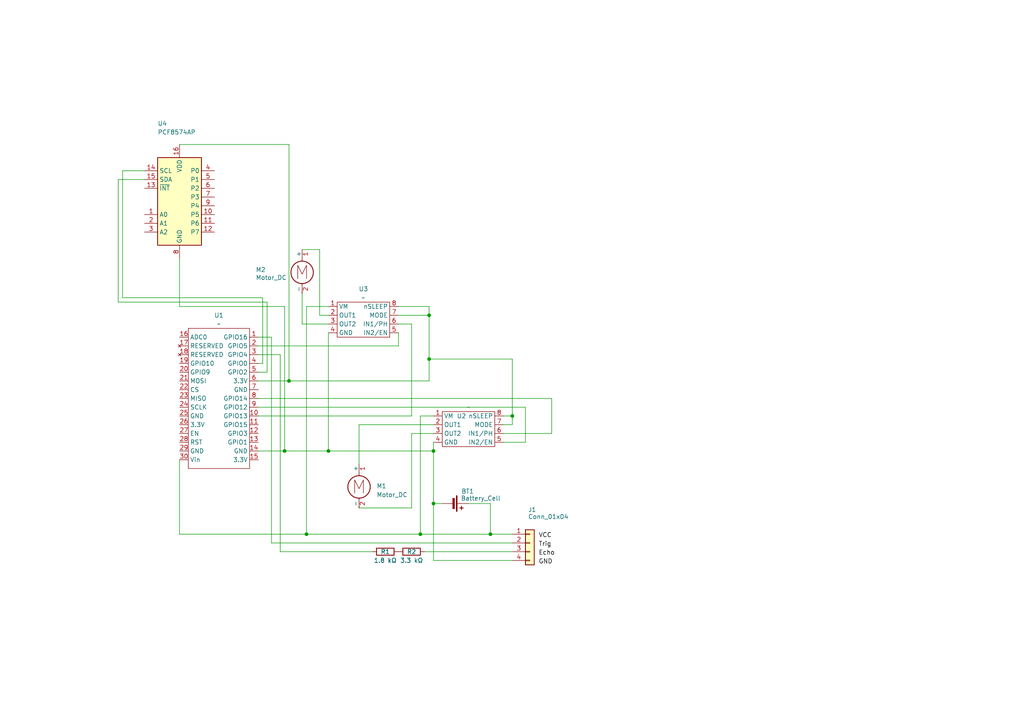
<source format=kicad_sch>
(kicad_sch
	(version 20250114)
	(generator "eeschema")
	(generator_version "9.0")
	(uuid "a156ffe7-301b-4b7c-a671-f16f75b56694")
	(paper "A4")
	(lib_symbols
		(symbol "Connector_Generic:Conn_01x04"
			(pin_names
				(offset 1.016)
				(hide yes)
			)
			(exclude_from_sim no)
			(in_bom yes)
			(on_board yes)
			(property "Reference" "J"
				(at 0 5.08 0)
				(effects
					(font
						(size 1.27 1.27)
					)
				)
			)
			(property "Value" "Conn_01x04"
				(at 0 -7.62 0)
				(effects
					(font
						(size 1.27 1.27)
					)
				)
			)
			(property "Footprint" ""
				(at 0 0 0)
				(effects
					(font
						(size 1.27 1.27)
					)
					(hide yes)
				)
			)
			(property "Datasheet" "~"
				(at 0 0 0)
				(effects
					(font
						(size 1.27 1.27)
					)
					(hide yes)
				)
			)
			(property "Description" "Generic connector, single row, 01x04, script generated (kicad-library-utils/schlib/autogen/connector/)"
				(at 0 0 0)
				(effects
					(font
						(size 1.27 1.27)
					)
					(hide yes)
				)
			)
			(property "ki_keywords" "connector"
				(at 0 0 0)
				(effects
					(font
						(size 1.27 1.27)
					)
					(hide yes)
				)
			)
			(property "ki_fp_filters" "Connector*:*_1x??_*"
				(at 0 0 0)
				(effects
					(font
						(size 1.27 1.27)
					)
					(hide yes)
				)
			)
			(symbol "Conn_01x04_1_1"
				(rectangle
					(start -1.27 3.81)
					(end 1.27 -6.35)
					(stroke
						(width 0.254)
						(type default)
					)
					(fill
						(type background)
					)
				)
				(rectangle
					(start -1.27 2.667)
					(end 0 2.413)
					(stroke
						(width 0.1524)
						(type default)
					)
					(fill
						(type none)
					)
				)
				(rectangle
					(start -1.27 0.127)
					(end 0 -0.127)
					(stroke
						(width 0.1524)
						(type default)
					)
					(fill
						(type none)
					)
				)
				(rectangle
					(start -1.27 -2.413)
					(end 0 -2.667)
					(stroke
						(width 0.1524)
						(type default)
					)
					(fill
						(type none)
					)
				)
				(rectangle
					(start -1.27 -4.953)
					(end 0 -5.207)
					(stroke
						(width 0.1524)
						(type default)
					)
					(fill
						(type none)
					)
				)
				(pin passive line
					(at -5.08 2.54 0)
					(length 3.81)
					(name "Pin_1"
						(effects
							(font
								(size 1.27 1.27)
							)
						)
					)
					(number "1"
						(effects
							(font
								(size 1.27 1.27)
							)
						)
					)
				)
				(pin passive line
					(at -5.08 0 0)
					(length 3.81)
					(name "Pin_2"
						(effects
							(font
								(size 1.27 1.27)
							)
						)
					)
					(number "2"
						(effects
							(font
								(size 1.27 1.27)
							)
						)
					)
				)
				(pin passive line
					(at -5.08 -2.54 0)
					(length 3.81)
					(name "Pin_3"
						(effects
							(font
								(size 1.27 1.27)
							)
						)
					)
					(number "3"
						(effects
							(font
								(size 1.27 1.27)
							)
						)
					)
				)
				(pin passive line
					(at -5.08 -5.08 0)
					(length 3.81)
					(name "Pin_4"
						(effects
							(font
								(size 1.27 1.27)
							)
						)
					)
					(number "4"
						(effects
							(font
								(size 1.27 1.27)
							)
						)
					)
				)
			)
			(embedded_fonts no)
		)
		(symbol "Device:Battery_Cell"
			(pin_numbers
				(hide yes)
			)
			(pin_names
				(offset 0)
				(hide yes)
			)
			(exclude_from_sim no)
			(in_bom yes)
			(on_board yes)
			(property "Reference" "BT"
				(at 2.54 2.54 0)
				(effects
					(font
						(size 1.27 1.27)
					)
					(justify left)
				)
			)
			(property "Value" "Battery_Cell"
				(at 2.54 0 0)
				(effects
					(font
						(size 1.27 1.27)
					)
					(justify left)
				)
			)
			(property "Footprint" ""
				(at 0 1.524 90)
				(effects
					(font
						(size 1.27 1.27)
					)
					(hide yes)
				)
			)
			(property "Datasheet" "~"
				(at 0 1.524 90)
				(effects
					(font
						(size 1.27 1.27)
					)
					(hide yes)
				)
			)
			(property "Description" "Single-cell battery"
				(at 0 0 0)
				(effects
					(font
						(size 1.27 1.27)
					)
					(hide yes)
				)
			)
			(property "ki_keywords" "battery cell"
				(at 0 0 0)
				(effects
					(font
						(size 1.27 1.27)
					)
					(hide yes)
				)
			)
			(symbol "Battery_Cell_0_1"
				(rectangle
					(start -2.286 1.778)
					(end 2.286 1.524)
					(stroke
						(width 0)
						(type default)
					)
					(fill
						(type outline)
					)
				)
				(rectangle
					(start -1.524 1.016)
					(end 1.524 0.508)
					(stroke
						(width 0)
						(type default)
					)
					(fill
						(type outline)
					)
				)
				(polyline
					(pts
						(xy 0 1.778) (xy 0 2.54)
					)
					(stroke
						(width 0)
						(type default)
					)
					(fill
						(type none)
					)
				)
				(polyline
					(pts
						(xy 0 0.762) (xy 0 0)
					)
					(stroke
						(width 0)
						(type default)
					)
					(fill
						(type none)
					)
				)
				(polyline
					(pts
						(xy 0.762 3.048) (xy 1.778 3.048)
					)
					(stroke
						(width 0.254)
						(type default)
					)
					(fill
						(type none)
					)
				)
				(polyline
					(pts
						(xy 1.27 3.556) (xy 1.27 2.54)
					)
					(stroke
						(width 0.254)
						(type default)
					)
					(fill
						(type none)
					)
				)
			)
			(symbol "Battery_Cell_1_1"
				(pin passive line
					(at 0 5.08 270)
					(length 2.54)
					(name "+"
						(effects
							(font
								(size 1.27 1.27)
							)
						)
					)
					(number "1"
						(effects
							(font
								(size 1.27 1.27)
							)
						)
					)
				)
				(pin passive line
					(at 0 -2.54 90)
					(length 2.54)
					(name "-"
						(effects
							(font
								(size 1.27 1.27)
							)
						)
					)
					(number "2"
						(effects
							(font
								(size 1.27 1.27)
							)
						)
					)
				)
			)
			(embedded_fonts no)
		)
		(symbol "Device:R"
			(pin_numbers
				(hide yes)
			)
			(pin_names
				(offset 0)
			)
			(exclude_from_sim no)
			(in_bom yes)
			(on_board yes)
			(property "Reference" "R"
				(at 2.032 0 90)
				(effects
					(font
						(size 1.27 1.27)
					)
				)
			)
			(property "Value" "R"
				(at 0 0 90)
				(effects
					(font
						(size 1.27 1.27)
					)
				)
			)
			(property "Footprint" ""
				(at -1.778 0 90)
				(effects
					(font
						(size 1.27 1.27)
					)
					(hide yes)
				)
			)
			(property "Datasheet" "~"
				(at 0 0 0)
				(effects
					(font
						(size 1.27 1.27)
					)
					(hide yes)
				)
			)
			(property "Description" "Resistor"
				(at 0 0 0)
				(effects
					(font
						(size 1.27 1.27)
					)
					(hide yes)
				)
			)
			(property "ki_keywords" "R res resistor"
				(at 0 0 0)
				(effects
					(font
						(size 1.27 1.27)
					)
					(hide yes)
				)
			)
			(property "ki_fp_filters" "R_*"
				(at 0 0 0)
				(effects
					(font
						(size 1.27 1.27)
					)
					(hide yes)
				)
			)
			(symbol "R_0_1"
				(rectangle
					(start -1.016 -2.54)
					(end 1.016 2.54)
					(stroke
						(width 0.254)
						(type default)
					)
					(fill
						(type none)
					)
				)
			)
			(symbol "R_1_1"
				(pin passive line
					(at 0 3.81 270)
					(length 1.27)
					(name "~"
						(effects
							(font
								(size 1.27 1.27)
							)
						)
					)
					(number "1"
						(effects
							(font
								(size 1.27 1.27)
							)
						)
					)
				)
				(pin passive line
					(at 0 -3.81 90)
					(length 1.27)
					(name "~"
						(effects
							(font
								(size 1.27 1.27)
							)
						)
					)
					(number "2"
						(effects
							(font
								(size 1.27 1.27)
							)
						)
					)
				)
			)
			(embedded_fonts no)
		)
		(symbol "Interface_Expansion:PCF8574AP"
			(exclude_from_sim no)
			(in_bom yes)
			(on_board yes)
			(property "Reference" "U"
				(at -6.35 12.954 0)
				(effects
					(font
						(size 1.27 1.27)
					)
					(justify left)
				)
			)
			(property "Value" "PCF8574AP"
				(at 3.048 12.954 0)
				(effects
					(font
						(size 1.27 1.27)
					)
					(justify left)
				)
			)
			(property "Footprint" "Package_DIP:DIP-16_W7.62mm"
				(at 0 0 0)
				(effects
					(font
						(size 1.27 1.27)
					)
					(hide yes)
				)
			)
			(property "Datasheet" "http://www.nxp.com/docs/en/data-sheet/PCF8574_PCF8574A.pdf"
				(at 0 0 0)
				(effects
					(font
						(size 1.27 1.27)
					)
					(hide yes)
				)
			)
			(property "Description" "8 Bit Port/Expander to I2C Bus, fixed address bits 0b0111, DIP-16"
				(at 0 0 0)
				(effects
					(font
						(size 1.27 1.27)
					)
					(hide yes)
				)
			)
			(property "ki_keywords" "I2C Expander"
				(at 0 0 0)
				(effects
					(font
						(size 1.27 1.27)
					)
					(hide yes)
				)
			)
			(property "ki_fp_filters" "DIP*W7.62mm*"
				(at 0 0 0)
				(effects
					(font
						(size 1.27 1.27)
					)
					(hide yes)
				)
			)
			(symbol "PCF8574AP_0_1"
				(rectangle
					(start -6.35 -13.97)
					(end 6.35 11.43)
					(stroke
						(width 0.254)
						(type default)
					)
					(fill
						(type background)
					)
				)
			)
			(symbol "PCF8574AP_1_1"
				(pin input line
					(at -10.16 7.62 0)
					(length 3.81)
					(name "SCL"
						(effects
							(font
								(size 1.27 1.27)
							)
						)
					)
					(number "14"
						(effects
							(font
								(size 1.27 1.27)
							)
						)
					)
				)
				(pin bidirectional line
					(at -10.16 5.08 0)
					(length 3.81)
					(name "SDA"
						(effects
							(font
								(size 1.27 1.27)
							)
						)
					)
					(number "15"
						(effects
							(font
								(size 1.27 1.27)
							)
						)
					)
				)
				(pin open_collector line
					(at -10.16 2.54 0)
					(length 3.81)
					(name "~{INT}"
						(effects
							(font
								(size 1.27 1.27)
							)
						)
					)
					(number "13"
						(effects
							(font
								(size 1.27 1.27)
							)
						)
					)
				)
				(pin input line
					(at -10.16 -5.08 0)
					(length 3.81)
					(name "A0"
						(effects
							(font
								(size 1.27 1.27)
							)
						)
					)
					(number "1"
						(effects
							(font
								(size 1.27 1.27)
							)
						)
					)
				)
				(pin input line
					(at -10.16 -7.62 0)
					(length 3.81)
					(name "A1"
						(effects
							(font
								(size 1.27 1.27)
							)
						)
					)
					(number "2"
						(effects
							(font
								(size 1.27 1.27)
							)
						)
					)
				)
				(pin input line
					(at -10.16 -10.16 0)
					(length 3.81)
					(name "A2"
						(effects
							(font
								(size 1.27 1.27)
							)
						)
					)
					(number "3"
						(effects
							(font
								(size 1.27 1.27)
							)
						)
					)
				)
				(pin power_in line
					(at 0 15.24 270)
					(length 3.81)
					(name "VDD"
						(effects
							(font
								(size 1.27 1.27)
							)
						)
					)
					(number "16"
						(effects
							(font
								(size 1.27 1.27)
							)
						)
					)
				)
				(pin power_in line
					(at 0 -17.78 90)
					(length 3.81)
					(name "GND"
						(effects
							(font
								(size 1.27 1.27)
							)
						)
					)
					(number "8"
						(effects
							(font
								(size 1.27 1.27)
							)
						)
					)
				)
				(pin bidirectional line
					(at 10.16 7.62 180)
					(length 3.81)
					(name "P0"
						(effects
							(font
								(size 1.27 1.27)
							)
						)
					)
					(number "4"
						(effects
							(font
								(size 1.27 1.27)
							)
						)
					)
				)
				(pin bidirectional line
					(at 10.16 5.08 180)
					(length 3.81)
					(name "P1"
						(effects
							(font
								(size 1.27 1.27)
							)
						)
					)
					(number "5"
						(effects
							(font
								(size 1.27 1.27)
							)
						)
					)
				)
				(pin bidirectional line
					(at 10.16 2.54 180)
					(length 3.81)
					(name "P2"
						(effects
							(font
								(size 1.27 1.27)
							)
						)
					)
					(number "6"
						(effects
							(font
								(size 1.27 1.27)
							)
						)
					)
				)
				(pin bidirectional line
					(at 10.16 0 180)
					(length 3.81)
					(name "P3"
						(effects
							(font
								(size 1.27 1.27)
							)
						)
					)
					(number "7"
						(effects
							(font
								(size 1.27 1.27)
							)
						)
					)
				)
				(pin bidirectional line
					(at 10.16 -2.54 180)
					(length 3.81)
					(name "P4"
						(effects
							(font
								(size 1.27 1.27)
							)
						)
					)
					(number "9"
						(effects
							(font
								(size 1.27 1.27)
							)
						)
					)
				)
				(pin bidirectional line
					(at 10.16 -5.08 180)
					(length 3.81)
					(name "P5"
						(effects
							(font
								(size 1.27 1.27)
							)
						)
					)
					(number "10"
						(effects
							(font
								(size 1.27 1.27)
							)
						)
					)
				)
				(pin bidirectional line
					(at 10.16 -7.62 180)
					(length 3.81)
					(name "P6"
						(effects
							(font
								(size 1.27 1.27)
							)
						)
					)
					(number "11"
						(effects
							(font
								(size 1.27 1.27)
							)
						)
					)
				)
				(pin bidirectional line
					(at 10.16 -10.16 180)
					(length 3.81)
					(name "P7"
						(effects
							(font
								(size 1.27 1.27)
							)
						)
					)
					(number "12"
						(effects
							(font
								(size 1.27 1.27)
							)
						)
					)
				)
			)
			(embedded_fonts no)
		)
		(symbol "Motor:Motor_DC"
			(pin_names
				(offset 0)
			)
			(exclude_from_sim no)
			(in_bom yes)
			(on_board yes)
			(property "Reference" "M"
				(at 2.54 2.54 0)
				(effects
					(font
						(size 1.27 1.27)
					)
					(justify left)
				)
			)
			(property "Value" "Motor_DC"
				(at 2.54 -5.08 0)
				(effects
					(font
						(size 1.27 1.27)
					)
					(justify left top)
				)
			)
			(property "Footprint" ""
				(at 0 -2.286 0)
				(effects
					(font
						(size 1.27 1.27)
					)
					(hide yes)
				)
			)
			(property "Datasheet" "~"
				(at 0 -2.286 0)
				(effects
					(font
						(size 1.27 1.27)
					)
					(hide yes)
				)
			)
			(property "Description" "DC Motor"
				(at 0 0 0)
				(effects
					(font
						(size 1.27 1.27)
					)
					(hide yes)
				)
			)
			(property "ki_keywords" "DC Motor"
				(at 0 0 0)
				(effects
					(font
						(size 1.27 1.27)
					)
					(hide yes)
				)
			)
			(property "ki_fp_filters" "PinHeader*P2.54mm* TerminalBlock*"
				(at 0 0 0)
				(effects
					(font
						(size 1.27 1.27)
					)
					(hide yes)
				)
			)
			(symbol "Motor_DC_0_0"
				(polyline
					(pts
						(xy -1.27 -3.302) (xy -1.27 0.508) (xy 0 -2.032) (xy 1.27 0.508) (xy 1.27 -3.302)
					)
					(stroke
						(width 0)
						(type default)
					)
					(fill
						(type none)
					)
				)
			)
			(symbol "Motor_DC_0_1"
				(polyline
					(pts
						(xy 0 2.032) (xy 0 2.54)
					)
					(stroke
						(width 0)
						(type default)
					)
					(fill
						(type none)
					)
				)
				(polyline
					(pts
						(xy 0 1.7272) (xy 0 2.0828)
					)
					(stroke
						(width 0)
						(type default)
					)
					(fill
						(type none)
					)
				)
				(circle
					(center 0 -1.524)
					(radius 3.2512)
					(stroke
						(width 0.254)
						(type default)
					)
					(fill
						(type none)
					)
				)
				(polyline
					(pts
						(xy 0 -4.7752) (xy 0 -5.1816)
					)
					(stroke
						(width 0)
						(type default)
					)
					(fill
						(type none)
					)
				)
				(polyline
					(pts
						(xy 0 -7.62) (xy 0 -7.112)
					)
					(stroke
						(width 0)
						(type default)
					)
					(fill
						(type none)
					)
				)
			)
			(symbol "Motor_DC_1_1"
				(pin passive line
					(at 0 5.08 270)
					(length 2.54)
					(name "+"
						(effects
							(font
								(size 1.27 1.27)
							)
						)
					)
					(number "1"
						(effects
							(font
								(size 1.27 1.27)
							)
						)
					)
				)
				(pin passive line
					(at 0 -7.62 90)
					(length 2.54)
					(name "-"
						(effects
							(font
								(size 1.27 1.27)
							)
						)
					)
					(number "2"
						(effects
							(font
								(size 1.27 1.27)
							)
						)
					)
				)
			)
			(embedded_fonts no)
		)
		(symbol "NodeMCU_ESP8266:DRV8220_DSG"
			(exclude_from_sim no)
			(in_bom yes)
			(on_board yes)
			(property "Reference" "U"
				(at 11.938 7.62 0)
				(effects
					(font
						(size 1.27 1.27)
					)
				)
			)
			(property "Value" ""
				(at 0 0 0)
				(effects
					(font
						(size 1.27 1.27)
					)
				)
			)
			(property "Footprint" ""
				(at 0 0 0)
				(effects
					(font
						(size 1.27 1.27)
					)
					(hide yes)
				)
			)
			(property "Datasheet" ""
				(at 0 0 0)
				(effects
					(font
						(size 1.27 1.27)
					)
					(hide yes)
				)
			)
			(property "Description" ""
				(at 0 0 0)
				(effects
					(font
						(size 1.27 1.27)
					)
					(hide yes)
				)
			)
			(symbol "DRV8220_DSG_0_1"
				(rectangle
					(start -7.62 6.35)
					(end 7.62 -3.81)
					(stroke
						(width 0)
						(type default)
					)
					(fill
						(type none)
					)
				)
			)
			(symbol "DRV8220_DSG_1_1"
				(pin power_in line
					(at -10.16 5.08 0)
					(length 2.54)
					(name "VM"
						(effects
							(font
								(size 1.27 1.27)
							)
						)
					)
					(number "1"
						(effects
							(font
								(size 1.27 1.27)
							)
						)
					)
				)
				(pin output line
					(at -10.16 2.54 0)
					(length 2.54)
					(name "OUT1"
						(effects
							(font
								(size 1.27 1.27)
							)
						)
					)
					(number "2"
						(effects
							(font
								(size 1.27 1.27)
							)
						)
					)
				)
				(pin output line
					(at -10.16 0 0)
					(length 2.54)
					(name "OUT2"
						(effects
							(font
								(size 1.27 1.27)
							)
						)
					)
					(number "3"
						(effects
							(font
								(size 1.27 1.27)
							)
						)
					)
				)
				(pin power_in line
					(at -10.16 -2.54 0)
					(length 2.54)
					(name "GND"
						(effects
							(font
								(size 1.27 1.27)
							)
						)
					)
					(number "4"
						(effects
							(font
								(size 1.27 1.27)
							)
						)
					)
				)
				(pin input line
					(at 10.16 5.08 180)
					(length 2.54)
					(name "nSLEEP"
						(effects
							(font
								(size 1.27 1.27)
							)
						)
					)
					(number "8"
						(effects
							(font
								(size 1.27 1.27)
							)
						)
					)
				)
				(pin input line
					(at 10.16 2.54 180)
					(length 2.54)
					(name "MODE"
						(effects
							(font
								(size 1.27 1.27)
							)
						)
					)
					(number "7"
						(effects
							(font
								(size 1.27 1.27)
							)
						)
					)
				)
				(pin input line
					(at 10.16 0 180)
					(length 2.54)
					(name "IN1/PH"
						(effects
							(font
								(size 1.27 1.27)
							)
						)
					)
					(number "6"
						(effects
							(font
								(size 1.27 1.27)
							)
						)
					)
				)
				(pin input line
					(at 10.16 -2.54 180)
					(length 2.54)
					(name "IN2/EN"
						(effects
							(font
								(size 1.27 1.27)
							)
						)
					)
					(number "5"
						(effects
							(font
								(size 1.27 1.27)
							)
						)
					)
				)
			)
			(embedded_fonts no)
		)
		(symbol "NodeMCU_ESP8266:NodeMCU_ESP8266"
			(exclude_from_sim no)
			(in_bom yes)
			(on_board yes)
			(property "Reference" "U1"
				(at 0 12.7 0)
				(effects
					(font
						(size 1.27 1.27)
					)
				)
			)
			(property "Value" "~"
				(at 0 10.16 0)
				(effects
					(font
						(size 1.27 1.27)
					)
				)
			)
			(property "Footprint" ""
				(at 0 0 0)
				(effects
					(font
						(size 1.27 1.27)
					)
					(hide yes)
				)
			)
			(property "Datasheet" ""
				(at 0 0 0)
				(effects
					(font
						(size 1.27 1.27)
					)
					(hide yes)
				)
			)
			(property "Description" ""
				(at 0 0 0)
				(effects
					(font
						(size 1.27 1.27)
					)
					(hide yes)
				)
			)
			(symbol "NodeMCU_ESP8266_0_1"
				(rectangle
					(start -8.89 8.89)
					(end 8.89 -31.75)
					(stroke
						(width 0)
						(type default)
					)
					(fill
						(type none)
					)
				)
			)
			(symbol "NodeMCU_ESP8266_1_1"
				(pin input line
					(at -11.43 6.35 0)
					(length 2.54)
					(name "ADC0"
						(effects
							(font
								(size 1.27 1.27)
							)
						)
					)
					(number "16"
						(effects
							(font
								(size 1.27 1.27)
							)
						)
					)
				)
				(pin no_connect line
					(at -11.43 3.81 0)
					(length 2.54)
					(name "RESERVED"
						(effects
							(font
								(size 1.27 1.27)
							)
						)
					)
					(number "17"
						(effects
							(font
								(size 1.27 1.27)
							)
						)
					)
				)
				(pin no_connect line
					(at -11.43 1.27 0)
					(length 2.54)
					(name "RESERVED"
						(effects
							(font
								(size 1.27 1.27)
							)
						)
					)
					(number "18"
						(effects
							(font
								(size 1.27 1.27)
							)
						)
					)
				)
				(pin bidirectional line
					(at -11.43 -1.27 0)
					(length 2.54)
					(name "GPIO10"
						(effects
							(font
								(size 1.27 1.27)
							)
						)
					)
					(number "19"
						(effects
							(font
								(size 1.27 1.27)
							)
						)
					)
				)
				(pin bidirectional line
					(at -11.43 -3.81 0)
					(length 2.54)
					(name "GPIO9"
						(effects
							(font
								(size 1.27 1.27)
							)
						)
					)
					(number "20"
						(effects
							(font
								(size 1.27 1.27)
							)
						)
					)
				)
				(pin bidirectional line
					(at -11.43 -6.35 0)
					(length 2.54)
					(name "MOSI"
						(effects
							(font
								(size 1.27 1.27)
							)
						)
					)
					(number "21"
						(effects
							(font
								(size 1.27 1.27)
							)
						)
					)
				)
				(pin bidirectional line
					(at -11.43 -8.89 0)
					(length 2.54)
					(name "CS"
						(effects
							(font
								(size 1.27 1.27)
							)
						)
					)
					(number "22"
						(effects
							(font
								(size 1.27 1.27)
							)
						)
					)
				)
				(pin bidirectional line
					(at -11.43 -11.43 0)
					(length 2.54)
					(name "MISO"
						(effects
							(font
								(size 1.27 1.27)
							)
						)
					)
					(number "23"
						(effects
							(font
								(size 1.27 1.27)
							)
						)
					)
				)
				(pin bidirectional line
					(at -11.43 -13.97 0)
					(length 2.54)
					(name "SCLK"
						(effects
							(font
								(size 1.27 1.27)
							)
						)
					)
					(number "24"
						(effects
							(font
								(size 1.27 1.27)
							)
						)
					)
				)
				(pin power_in line
					(at -11.43 -16.51 0)
					(length 2.54)
					(name "GND"
						(effects
							(font
								(size 1.27 1.27)
							)
						)
					)
					(number "25"
						(effects
							(font
								(size 1.27 1.27)
							)
						)
					)
				)
				(pin power_out line
					(at -11.43 -19.05 0)
					(length 2.54)
					(name "3.3V"
						(effects
							(font
								(size 1.27 1.27)
							)
						)
					)
					(number "26"
						(effects
							(font
								(size 1.27 1.27)
							)
						)
					)
				)
				(pin input line
					(at -11.43 -21.59 0)
					(length 2.54)
					(name "EN"
						(effects
							(font
								(size 1.27 1.27)
							)
						)
					)
					(number "27"
						(effects
							(font
								(size 1.27 1.27)
							)
						)
					)
				)
				(pin input line
					(at -11.43 -24.13 0)
					(length 2.54)
					(name "RST"
						(effects
							(font
								(size 1.27 1.27)
							)
						)
					)
					(number "28"
						(effects
							(font
								(size 1.27 1.27)
							)
						)
					)
				)
				(pin power_in line
					(at -11.43 -26.67 0)
					(length 2.54)
					(name "GND"
						(effects
							(font
								(size 1.27 1.27)
							)
						)
					)
					(number "29"
						(effects
							(font
								(size 1.27 1.27)
							)
						)
					)
				)
				(pin power_in line
					(at -11.43 -29.21 0)
					(length 2.54)
					(name "Vin"
						(effects
							(font
								(size 1.27 1.27)
							)
						)
					)
					(number "30"
						(effects
							(font
								(size 1.27 1.27)
							)
						)
					)
				)
				(pin bidirectional line
					(at 11.43 6.35 180)
					(length 2.54)
					(name "GPIO16"
						(effects
							(font
								(size 1.27 1.27)
							)
						)
					)
					(number "1"
						(effects
							(font
								(size 1.27 1.27)
							)
						)
					)
				)
				(pin bidirectional line
					(at 11.43 3.81 180)
					(length 2.54)
					(name "GPIO5"
						(effects
							(font
								(size 1.27 1.27)
							)
						)
					)
					(number "2"
						(effects
							(font
								(size 1.27 1.27)
							)
						)
					)
				)
				(pin bidirectional line
					(at 11.43 1.27 180)
					(length 2.54)
					(name "GPIO4"
						(effects
							(font
								(size 1.27 1.27)
							)
						)
					)
					(number "3"
						(effects
							(font
								(size 1.27 1.27)
							)
						)
					)
				)
				(pin bidirectional line
					(at 11.43 -1.27 180)
					(length 2.54)
					(name "GPIO0"
						(effects
							(font
								(size 1.27 1.27)
							)
						)
					)
					(number "4"
						(effects
							(font
								(size 1.27 1.27)
							)
						)
					)
				)
				(pin bidirectional line
					(at 11.43 -3.81 180)
					(length 2.54)
					(name "GPIO2"
						(effects
							(font
								(size 1.27 1.27)
							)
						)
					)
					(number "5"
						(effects
							(font
								(size 1.27 1.27)
							)
						)
					)
				)
				(pin power_out line
					(at 11.43 -6.35 180)
					(length 2.54)
					(name "3.3V"
						(effects
							(font
								(size 1.27 1.27)
							)
						)
					)
					(number "6"
						(effects
							(font
								(size 1.27 1.27)
							)
						)
					)
				)
				(pin power_out line
					(at 11.43 -8.89 180)
					(length 2.54)
					(name "GND"
						(effects
							(font
								(size 1.27 1.27)
							)
						)
					)
					(number "7"
						(effects
							(font
								(size 1.27 1.27)
							)
						)
					)
				)
				(pin bidirectional line
					(at 11.43 -11.43 180)
					(length 2.54)
					(name "GPIO14"
						(effects
							(font
								(size 1.27 1.27)
							)
						)
					)
					(number "8"
						(effects
							(font
								(size 1.27 1.27)
							)
						)
					)
				)
				(pin bidirectional line
					(at 11.43 -13.97 180)
					(length 2.54)
					(name "GPIO12"
						(effects
							(font
								(size 1.27 1.27)
							)
						)
					)
					(number "9"
						(effects
							(font
								(size 1.27 1.27)
							)
						)
					)
				)
				(pin bidirectional line
					(at 11.43 -16.51 180)
					(length 2.54)
					(name "GPIO13"
						(effects
							(font
								(size 1.27 1.27)
							)
						)
					)
					(number "10"
						(effects
							(font
								(size 1.27 1.27)
							)
						)
					)
				)
				(pin bidirectional line
					(at 11.43 -19.05 180)
					(length 2.54)
					(name "GPIO15"
						(effects
							(font
								(size 1.27 1.27)
							)
						)
					)
					(number "11"
						(effects
							(font
								(size 1.27 1.27)
							)
						)
					)
				)
				(pin input line
					(at 11.43 -21.59 180)
					(length 2.54)
					(name "GPIO3"
						(effects
							(font
								(size 1.27 1.27)
							)
						)
					)
					(number "12"
						(effects
							(font
								(size 1.27 1.27)
							)
						)
					)
				)
				(pin output line
					(at 11.43 -24.13 180)
					(length 2.54)
					(name "GPIO1"
						(effects
							(font
								(size 1.27 1.27)
							)
						)
					)
					(number "13"
						(effects
							(font
								(size 1.27 1.27)
							)
						)
					)
				)
				(pin power_out line
					(at 11.43 -26.67 180)
					(length 2.54)
					(name "GND"
						(effects
							(font
								(size 1.27 1.27)
							)
						)
					)
					(number "14"
						(effects
							(font
								(size 1.27 1.27)
							)
						)
					)
				)
				(pin power_out line
					(at 11.43 -29.21 180)
					(length 2.54)
					(name "3.3V"
						(effects
							(font
								(size 1.27 1.27)
							)
						)
					)
					(number "15"
						(effects
							(font
								(size 1.27 1.27)
							)
						)
					)
				)
			)
			(embedded_fonts no)
		)
	)
	(junction
		(at 95.25 130.81)
		(diameter 0)
		(color 0 0 0 0)
		(uuid "1c6f658a-3823-4e89-9229-8da63e6523b7")
	)
	(junction
		(at 88.9 154.94)
		(diameter 0)
		(color 0 0 0 0)
		(uuid "1e8ff297-22af-4739-9373-bba5ddc330a6")
	)
	(junction
		(at 124.46 104.14)
		(diameter 0)
		(color 0 0 0 0)
		(uuid "4d14f6c3-9b05-4618-b722-8f11bd6491e0")
	)
	(junction
		(at 121.92 154.94)
		(diameter 0)
		(color 0 0 0 0)
		(uuid "4e819aab-9816-4d12-8f08-5e9a17bf70b4")
	)
	(junction
		(at 83.82 110.49)
		(diameter 0)
		(color 0 0 0 0)
		(uuid "59f1d306-331a-471d-be6a-35fcf50f11f5")
	)
	(junction
		(at 142.24 154.94)
		(diameter 0)
		(color 0 0 0 0)
		(uuid "614f3d93-3ad9-4fbd-8ef4-8ed24c6c440b")
	)
	(junction
		(at 125.73 146.05)
		(diameter 0)
		(color 0 0 0 0)
		(uuid "6a071ece-e9c3-4138-8380-12a3d7ef6f9d")
	)
	(junction
		(at 124.46 91.44)
		(diameter 0)
		(color 0 0 0 0)
		(uuid "762165de-50aa-4d6b-b905-93304c2eb68e")
	)
	(junction
		(at 82.55 130.81)
		(diameter 0)
		(color 0 0 0 0)
		(uuid "87f7407f-9a55-4734-9783-c28a8c329e4b")
	)
	(junction
		(at 125.73 130.81)
		(diameter 0)
		(color 0 0 0 0)
		(uuid "cbfc9ed4-e656-4ed3-a6ba-ab0c713174d6")
	)
	(junction
		(at 148.59 120.65)
		(diameter 0)
		(color 0 0 0 0)
		(uuid "e5e2cc4a-0504-4598-8a3d-99a1ebb99df6")
	)
	(wire
		(pts
			(xy 124.46 88.9) (xy 115.57 88.9)
		)
		(stroke
			(width 0)
			(type default)
		)
		(uuid "003f2219-5b09-4aa7-9607-808f80ad0a3b")
	)
	(wire
		(pts
			(xy 77.47 107.95) (xy 74.93 107.95)
		)
		(stroke
			(width 0)
			(type default)
		)
		(uuid "021c0ba9-6bce-4f77-9c40-b1cc3c1e0946")
	)
	(wire
		(pts
			(xy 74.93 110.49) (xy 83.82 110.49)
		)
		(stroke
			(width 0)
			(type default)
		)
		(uuid "08c0b76f-09e4-4d8d-a882-1c589c0a20f5")
	)
	(wire
		(pts
			(xy 125.73 162.56) (xy 148.59 162.56)
		)
		(stroke
			(width 0)
			(type default)
		)
		(uuid "0e92c082-adfe-4b0b-a5c5-07baeef73d13")
	)
	(wire
		(pts
			(xy 52.07 88.9) (xy 82.55 88.9)
		)
		(stroke
			(width 0)
			(type default)
		)
		(uuid "14c52ddc-1cfe-4e40-aab7-9c6f1c16c612")
	)
	(wire
		(pts
			(xy 104.14 123.19) (xy 125.73 123.19)
		)
		(stroke
			(width 0)
			(type default)
		)
		(uuid "18359109-d921-4a2a-85e9-1eecd4a43c1f")
	)
	(wire
		(pts
			(xy 160.02 125.73) (xy 146.05 125.73)
		)
		(stroke
			(width 0)
			(type default)
		)
		(uuid "22da2f09-df8a-4a7b-8609-721dfe27134c")
	)
	(wire
		(pts
			(xy 34.29 87.63) (xy 77.47 87.63)
		)
		(stroke
			(width 0)
			(type default)
		)
		(uuid "2569b423-603f-488c-86ab-ddbe2bf4efe0")
	)
	(wire
		(pts
			(xy 125.73 128.27) (xy 125.73 130.81)
		)
		(stroke
			(width 0)
			(type default)
		)
		(uuid "2d07c00a-238f-48f1-986f-75ae4b13231a")
	)
	(wire
		(pts
			(xy 146.05 128.27) (xy 152.4 128.27)
		)
		(stroke
			(width 0)
			(type default)
		)
		(uuid "2daf9241-687e-41b8-b93f-b4a5848977b4")
	)
	(wire
		(pts
			(xy 104.14 134.62) (xy 104.14 123.19)
		)
		(stroke
			(width 0)
			(type default)
		)
		(uuid "38f055c0-8a0e-42a4-84c7-550afcd39552")
	)
	(wire
		(pts
			(xy 95.25 96.52) (xy 95.25 130.81)
		)
		(stroke
			(width 0)
			(type default)
		)
		(uuid "3d17cefa-22de-4319-a912-4b3b4c4c5705")
	)
	(wire
		(pts
			(xy 121.92 154.94) (xy 88.9 154.94)
		)
		(stroke
			(width 0)
			(type default)
		)
		(uuid "40eac41d-f3c9-4fe1-bb1e-299a0fcd840e")
	)
	(wire
		(pts
			(xy 35.56 86.36) (xy 76.2 86.36)
		)
		(stroke
			(width 0)
			(type default)
		)
		(uuid "40fe56b3-7fe4-4a33-8725-fbf6cb372344")
	)
	(wire
		(pts
			(xy 78.74 97.79) (xy 74.93 97.79)
		)
		(stroke
			(width 0)
			(type default)
		)
		(uuid "46fb777b-805e-4dac-b7e7-5a85a5686c8d")
	)
	(wire
		(pts
			(xy 77.47 87.63) (xy 77.47 107.95)
		)
		(stroke
			(width 0)
			(type default)
		)
		(uuid "4a30d159-6f8f-4fc5-9a49-719404bf712e")
	)
	(wire
		(pts
			(xy 125.73 120.65) (xy 121.92 120.65)
		)
		(stroke
			(width 0)
			(type default)
		)
		(uuid "50530fcc-0e01-401f-ad7d-8706016bcfb7")
	)
	(wire
		(pts
			(xy 52.07 74.93) (xy 52.07 88.9)
		)
		(stroke
			(width 0)
			(type default)
		)
		(uuid "51ae3394-8e3e-4d7c-a8e9-2881628cfcbe")
	)
	(wire
		(pts
			(xy 146.05 123.19) (xy 148.59 123.19)
		)
		(stroke
			(width 0)
			(type default)
		)
		(uuid "5b980f49-d8e9-4c07-b249-7ffb6a14ac33")
	)
	(wire
		(pts
			(xy 74.93 130.81) (xy 82.55 130.81)
		)
		(stroke
			(width 0)
			(type default)
		)
		(uuid "5c9354a9-0d90-4060-a8d9-4a9c88ba87c7")
	)
	(wire
		(pts
			(xy 115.57 100.33) (xy 74.93 100.33)
		)
		(stroke
			(width 0)
			(type default)
		)
		(uuid "5e2b3e05-d0a6-459a-999c-6de44b88a6ef")
	)
	(wire
		(pts
			(xy 104.14 147.32) (xy 119.38 147.32)
		)
		(stroke
			(width 0)
			(type default)
		)
		(uuid "5e3fe550-bb97-4e24-8945-faaa546c5ef6")
	)
	(wire
		(pts
			(xy 160.02 115.57) (xy 74.93 115.57)
		)
		(stroke
			(width 0)
			(type default)
		)
		(uuid "5e7aa426-e3e7-46be-b6f6-60f4ba0f22fa")
	)
	(wire
		(pts
			(xy 52.07 154.94) (xy 52.07 133.35)
		)
		(stroke
			(width 0)
			(type default)
		)
		(uuid "61ab15c9-f736-473e-afbf-dae267722cf3")
	)
	(wire
		(pts
			(xy 148.59 157.48) (xy 78.74 157.48)
		)
		(stroke
			(width 0)
			(type default)
		)
		(uuid "61b4b277-6bfe-4d6c-ba0a-b8ce56136abf")
	)
	(wire
		(pts
			(xy 52.07 41.91) (xy 83.82 41.91)
		)
		(stroke
			(width 0)
			(type default)
		)
		(uuid "6525d353-d58d-440b-9b1d-73c1d133b209")
	)
	(wire
		(pts
			(xy 78.74 157.48) (xy 78.74 97.79)
		)
		(stroke
			(width 0)
			(type default)
		)
		(uuid "67ddf49f-fced-43a9-a611-6c1854ba20b8")
	)
	(wire
		(pts
			(xy 41.91 49.53) (xy 35.56 49.53)
		)
		(stroke
			(width 0)
			(type default)
		)
		(uuid "68e3c9de-6456-42f1-adf7-d8c5644a2f39")
	)
	(wire
		(pts
			(xy 119.38 125.73) (xy 125.73 125.73)
		)
		(stroke
			(width 0)
			(type default)
		)
		(uuid "6a063215-9875-4ea3-b6b6-ab4e39d31f3a")
	)
	(wire
		(pts
			(xy 148.59 120.65) (xy 148.59 104.14)
		)
		(stroke
			(width 0)
			(type default)
		)
		(uuid "6a77179a-cc31-4868-9e0d-c4f9aeddcd73")
	)
	(wire
		(pts
			(xy 124.46 91.44) (xy 124.46 88.9)
		)
		(stroke
			(width 0)
			(type default)
		)
		(uuid "70fa6d7a-39b2-4e9d-ba67-48ad7c292a1c")
	)
	(wire
		(pts
			(xy 76.2 86.36) (xy 76.2 105.41)
		)
		(stroke
			(width 0)
			(type default)
		)
		(uuid "71a535bf-6e1f-4ca5-bb0d-596c5376459b")
	)
	(wire
		(pts
			(xy 87.63 72.39) (xy 92.71 72.39)
		)
		(stroke
			(width 0)
			(type default)
		)
		(uuid "75ee035f-61b1-485f-9fdf-54bf4f88ada3")
	)
	(wire
		(pts
			(xy 95.25 88.9) (xy 88.9 88.9)
		)
		(stroke
			(width 0)
			(type default)
		)
		(uuid "78f8d158-b841-4ae8-b147-f156434c5675")
	)
	(wire
		(pts
			(xy 82.55 130.81) (xy 95.25 130.81)
		)
		(stroke
			(width 0)
			(type default)
		)
		(uuid "7aae90c9-4162-43de-9688-db2c00036f89")
	)
	(wire
		(pts
			(xy 119.38 120.65) (xy 74.93 120.65)
		)
		(stroke
			(width 0)
			(type default)
		)
		(uuid "7c2ccf2e-f99d-4cc3-81de-227fc79dd5a7")
	)
	(wire
		(pts
			(xy 160.02 115.57) (xy 160.02 125.73)
		)
		(stroke
			(width 0)
			(type default)
		)
		(uuid "7c5de428-adff-4de5-a125-629d86cfd9b5")
	)
	(wire
		(pts
			(xy 125.73 130.81) (xy 125.73 146.05)
		)
		(stroke
			(width 0)
			(type default)
		)
		(uuid "849f128f-bd7b-4dee-8486-bdb4730120d4")
	)
	(wire
		(pts
			(xy 152.4 118.11) (xy 74.93 118.11)
		)
		(stroke
			(width 0)
			(type default)
		)
		(uuid "8591d39e-bebb-4cd5-8bcd-0a29ed22d9f9")
	)
	(wire
		(pts
			(xy 148.59 104.14) (xy 124.46 104.14)
		)
		(stroke
			(width 0)
			(type default)
		)
		(uuid "8af1066f-3980-4e5d-90ca-eafc1c80ceb1")
	)
	(wire
		(pts
			(xy 41.91 52.07) (xy 34.29 52.07)
		)
		(stroke
			(width 0)
			(type default)
		)
		(uuid "8bed25dd-d566-4c43-8e13-efaed5bd53eb")
	)
	(wire
		(pts
			(xy 135.89 146.05) (xy 142.24 146.05)
		)
		(stroke
			(width 0)
			(type default)
		)
		(uuid "8eacb633-b163-4482-b6af-dd1025009d87")
	)
	(wire
		(pts
			(xy 88.9 154.94) (xy 52.07 154.94)
		)
		(stroke
			(width 0)
			(type default)
		)
		(uuid "92206caa-3837-4759-b9ec-f773724accf7")
	)
	(wire
		(pts
			(xy 148.59 154.94) (xy 142.24 154.94)
		)
		(stroke
			(width 0)
			(type default)
		)
		(uuid "949d2ed7-5588-41cf-ad7b-639b0e83b2df")
	)
	(wire
		(pts
			(xy 121.92 120.65) (xy 121.92 154.94)
		)
		(stroke
			(width 0)
			(type default)
		)
		(uuid "9b51fa83-ed33-4baa-9e98-94ba6fd5f745")
	)
	(wire
		(pts
			(xy 88.9 88.9) (xy 88.9 154.94)
		)
		(stroke
			(width 0)
			(type default)
		)
		(uuid "9bc7ced7-c0cd-4b73-925b-ac2111fabfc9")
	)
	(wire
		(pts
			(xy 152.4 128.27) (xy 152.4 118.11)
		)
		(stroke
			(width 0)
			(type default)
		)
		(uuid "a074f904-20e7-4321-a849-782c11e6b44c")
	)
	(wire
		(pts
			(xy 82.55 88.9) (xy 82.55 130.81)
		)
		(stroke
			(width 0)
			(type default)
		)
		(uuid "a858ab42-3526-4999-96b5-774b802256c0")
	)
	(wire
		(pts
			(xy 76.2 105.41) (xy 74.93 105.41)
		)
		(stroke
			(width 0)
			(type default)
		)
		(uuid "a9535084-5dfa-4f15-8669-5f26dd7d0759")
	)
	(wire
		(pts
			(xy 81.28 160.02) (xy 107.95 160.02)
		)
		(stroke
			(width 0)
			(type default)
		)
		(uuid "aa3c657c-0b4f-4454-b961-767be4191ab4")
	)
	(wire
		(pts
			(xy 119.38 147.32) (xy 119.38 125.73)
		)
		(stroke
			(width 0)
			(type default)
		)
		(uuid "ae1d0651-38d9-4f42-b6fd-9ff59a3be552")
	)
	(wire
		(pts
			(xy 124.46 104.14) (xy 124.46 91.44)
		)
		(stroke
			(width 0)
			(type default)
		)
		(uuid "b4b6b182-b82a-45c1-a283-0490b58ebb8b")
	)
	(wire
		(pts
			(xy 87.63 85.09) (xy 87.63 93.98)
		)
		(stroke
			(width 0)
			(type default)
		)
		(uuid "b522df5d-0d1e-41b7-936a-da7a20c6abca")
	)
	(wire
		(pts
			(xy 81.28 102.87) (xy 81.28 160.02)
		)
		(stroke
			(width 0)
			(type default)
		)
		(uuid "b826d05c-8df1-4873-a4ff-3545be1501a4")
	)
	(wire
		(pts
			(xy 74.93 102.87) (xy 81.28 102.87)
		)
		(stroke
			(width 0)
			(type default)
		)
		(uuid "b97e3ce9-3284-4d86-9b0b-2e76494c61e5")
	)
	(wire
		(pts
			(xy 119.38 93.98) (xy 119.38 120.65)
		)
		(stroke
			(width 0)
			(type default)
		)
		(uuid "bfc76cfa-8fbe-40df-84cb-9a1170c05f4a")
	)
	(wire
		(pts
			(xy 83.82 110.49) (xy 124.46 110.49)
		)
		(stroke
			(width 0)
			(type default)
		)
		(uuid "c0c301c4-c96d-4912-adc4-bf861b018620")
	)
	(wire
		(pts
			(xy 124.46 110.49) (xy 124.46 104.14)
		)
		(stroke
			(width 0)
			(type default)
		)
		(uuid "c36c0a15-d94d-4181-86b0-8d1b5ece7225")
	)
	(wire
		(pts
			(xy 87.63 93.98) (xy 95.25 93.98)
		)
		(stroke
			(width 0)
			(type default)
		)
		(uuid "c99bb2c1-9811-4ab7-8dbf-64828d4f4253")
	)
	(wire
		(pts
			(xy 115.57 96.52) (xy 115.57 100.33)
		)
		(stroke
			(width 0)
			(type default)
		)
		(uuid "cb0296f7-f05b-442e-86fb-ed93ad5aa0b1")
	)
	(wire
		(pts
			(xy 148.59 123.19) (xy 148.59 120.65)
		)
		(stroke
			(width 0)
			(type default)
		)
		(uuid "cce15097-45ea-4774-9b71-a291da69144e")
	)
	(wire
		(pts
			(xy 142.24 146.05) (xy 142.24 154.94)
		)
		(stroke
			(width 0)
			(type default)
		)
		(uuid "d6ac6256-f2cb-4a13-9cde-f0b96b8f4ac7")
	)
	(wire
		(pts
			(xy 92.71 91.44) (xy 95.25 91.44)
		)
		(stroke
			(width 0)
			(type default)
		)
		(uuid "d801e756-4678-461d-8fab-a872de187ae5")
	)
	(wire
		(pts
			(xy 34.29 52.07) (xy 34.29 87.63)
		)
		(stroke
			(width 0)
			(type default)
		)
		(uuid "d98efe47-8cf9-4e6f-932e-2b990398f4b2")
	)
	(wire
		(pts
			(xy 124.46 91.44) (xy 115.57 91.44)
		)
		(stroke
			(width 0)
			(type default)
		)
		(uuid "da8dcb77-ddb3-48d3-b80c-732a79377629")
	)
	(wire
		(pts
			(xy 83.82 41.91) (xy 83.82 110.49)
		)
		(stroke
			(width 0)
			(type default)
		)
		(uuid "db73f55f-0916-4cc5-869e-7c26bd5d6b2c")
	)
	(wire
		(pts
			(xy 125.73 146.05) (xy 125.73 162.56)
		)
		(stroke
			(width 0)
			(type default)
		)
		(uuid "dcaeafa2-0580-406d-9f01-48881453ab70")
	)
	(wire
		(pts
			(xy 125.73 146.05) (xy 128.27 146.05)
		)
		(stroke
			(width 0)
			(type default)
		)
		(uuid "e5aee232-b49e-4007-adce-513868b2e9b0")
	)
	(wire
		(pts
			(xy 95.25 130.81) (xy 125.73 130.81)
		)
		(stroke
			(width 0)
			(type default)
		)
		(uuid "e73fdeee-e1d2-4634-aa45-4839f2b74eaa")
	)
	(wire
		(pts
			(xy 142.24 154.94) (xy 121.92 154.94)
		)
		(stroke
			(width 0)
			(type default)
		)
		(uuid "ea0625f2-a639-4098-9b7c-7ec8df1ef90d")
	)
	(wire
		(pts
			(xy 148.59 120.65) (xy 146.05 120.65)
		)
		(stroke
			(width 0)
			(type default)
		)
		(uuid "ebac5768-5ff2-4d2d-a6f3-a637bfcdd0db")
	)
	(wire
		(pts
			(xy 35.56 49.53) (xy 35.56 86.36)
		)
		(stroke
			(width 0)
			(type default)
		)
		(uuid "eef98239-4bbc-43a0-8cd5-90cd8ea7265c")
	)
	(wire
		(pts
			(xy 92.71 72.39) (xy 92.71 91.44)
		)
		(stroke
			(width 0)
			(type default)
		)
		(uuid "f544a1f1-ff3e-4b58-bfb8-cf68f8d8484d")
	)
	(wire
		(pts
			(xy 123.19 160.02) (xy 148.59 160.02)
		)
		(stroke
			(width 0)
			(type default)
		)
		(uuid "fbf9ee31-6dba-486e-87e9-b26af59768a0")
	)
	(wire
		(pts
			(xy 115.57 93.98) (xy 119.38 93.98)
		)
		(stroke
			(width 0)
			(type default)
		)
		(uuid "fd4b9813-f932-411e-86ec-70789bb6c30a")
	)
	(label "Echo"
		(at 156.21 161.29 0)
		(effects
			(font
				(size 1.27 1.27)
			)
			(justify left bottom)
		)
		(uuid "0e207b09-2b8e-4ce1-8c7d-7b74371f905c")
	)
	(label "VCC"
		(at 156.21 156.21 0)
		(effects
			(font
				(size 1.27 1.27)
			)
			(justify left bottom)
		)
		(uuid "14a4321d-c368-41ac-8873-8c71879c9418")
	)
	(label "Trig"
		(at 156.21 158.75 0)
		(effects
			(font
				(size 1.27 1.27)
			)
			(justify left bottom)
		)
		(uuid "ddf2ed67-a023-4531-b1d2-8ef926849528")
	)
	(label "GND"
		(at 156.21 163.83 0)
		(effects
			(font
				(size 1.27 1.27)
			)
			(justify left bottom)
		)
		(uuid "e5b0ccd2-77a7-49b4-bd9d-fd588ea86994")
	)
	(symbol
		(lib_id "NodeMCU_ESP8266:NodeMCU_ESP8266")
		(at 63.5 104.14 0)
		(unit 1)
		(exclude_from_sim no)
		(in_bom yes)
		(on_board yes)
		(dnp no)
		(fields_autoplaced yes)
		(uuid "0c89b4bc-29cf-44c9-8d54-08f35297c76d")
		(property "Reference" "U1"
			(at 63.5 91.44 0)
			(effects
				(font
					(size 1.27 1.27)
				)
			)
		)
		(property "Value" "~"
			(at 63.5 93.98 0)
			(effects
				(font
					(size 1.27 1.27)
				)
			)
		)
		(property "Footprint" ""
			(at 63.5 104.14 0)
			(effects
				(font
					(size 1.27 1.27)
				)
				(hide yes)
			)
		)
		(property "Datasheet" ""
			(at 63.5 104.14 0)
			(effects
				(font
					(size 1.27 1.27)
				)
				(hide yes)
			)
		)
		(property "Description" ""
			(at 63.5 104.14 0)
			(effects
				(font
					(size 1.27 1.27)
				)
				(hide yes)
			)
		)
		(pin "20"
			(uuid "79159d27-c143-472b-828b-21a8159401ac")
		)
		(pin "22"
			(uuid "5da97d6d-62e0-4b41-8649-8de8e7f50c45")
		)
		(pin "17"
			(uuid "f7ba260c-32db-4a8c-91b7-2a07872f195c")
		)
		(pin "4"
			(uuid "48068630-dd59-4356-abd9-6107574ba62d")
		)
		(pin "7"
			(uuid "5805e2dc-7980-44f6-a9b3-62ffd0be5941")
		)
		(pin "23"
			(uuid "ebbe8b91-a0ee-492c-8093-af203d39f56f")
		)
		(pin "6"
			(uuid "c316c933-21e0-425a-b794-2842e1b41b6a")
		)
		(pin "16"
			(uuid "e75a5c48-545c-4121-abf9-7266662badae")
		)
		(pin "21"
			(uuid "97d6f697-3315-418e-9e44-20f8778f0de0")
		)
		(pin "26"
			(uuid "e28f9a39-4f97-4da2-9ad0-272eccd0f5be")
		)
		(pin "18"
			(uuid "93fdb8e7-4d42-4e9b-8da9-36cd0fc1cf6a")
		)
		(pin "27"
			(uuid "e0bae4eb-493d-483a-8430-472c9c18da99")
		)
		(pin "28"
			(uuid "5170c7b2-2224-47ec-9895-b8e2060718ce")
		)
		(pin "25"
			(uuid "fd1a5517-5f18-4570-a09e-c9f25a16fb4d")
		)
		(pin "19"
			(uuid "f465f5ba-dfee-43fd-87d9-9565603c2720")
		)
		(pin "29"
			(uuid "6074a95c-e880-4f8a-abb2-76ef4a278080")
		)
		(pin "1"
			(uuid "82924130-e20c-4230-9a36-0a966f61e90c")
		)
		(pin "30"
			(uuid "52c530c8-d500-4938-9d66-372f889eaf3c")
		)
		(pin "2"
			(uuid "ddb47b0b-609d-491d-bf38-70a5dd18be10")
		)
		(pin "3"
			(uuid "754143d8-d81b-4e64-b70f-37f791048049")
		)
		(pin "24"
			(uuid "b1350057-5393-4a5f-af35-4b6794348c49")
		)
		(pin "5"
			(uuid "acb3d9c2-7ca5-4187-81a8-6a32e2d07862")
		)
		(pin "8"
			(uuid "0d09ec0f-b584-47a7-821b-ccc71ac50536")
		)
		(pin "9"
			(uuid "2211864d-0814-4f58-a504-2f8b3b9bb221")
		)
		(pin "10"
			(uuid "ed0e0dac-6a3e-4523-9bb8-44d13f17d216")
		)
		(pin "11"
			(uuid "37bdf366-9bf0-4414-a437-45550d8380e7")
		)
		(pin "13"
			(uuid "c2f2eaab-fb74-4392-9202-69ba30f5f558")
		)
		(pin "12"
			(uuid "5ee262bc-dd20-4d9e-97a6-dccace194aae")
		)
		(pin "14"
			(uuid "a42d552c-5692-42a6-a7ac-4d31895a8ac4")
		)
		(pin "15"
			(uuid "819c0feb-ce89-4f30-857f-e794c36e8f14")
		)
		(instances
			(project ""
				(path "/a156ffe7-301b-4b7c-a671-f16f75b56694"
					(reference "U1")
					(unit 1)
				)
			)
		)
	)
	(symbol
		(lib_id "Device:R")
		(at 111.76 160.02 90)
		(unit 1)
		(exclude_from_sim no)
		(in_bom yes)
		(on_board yes)
		(dnp no)
		(uuid "2ad6432a-0220-43d7-9975-7216a78f239e")
		(property "Reference" "R1"
			(at 111.76 160.02 90)
			(effects
				(font
					(size 1.27 1.27)
				)
			)
		)
		(property "Value" "1.8 kΩ"
			(at 111.76 162.56 90)
			(effects
				(font
					(size 1.27 1.27)
				)
			)
		)
		(property "Footprint" ""
			(at 111.76 161.798 90)
			(effects
				(font
					(size 1.27 1.27)
				)
				(hide yes)
			)
		)
		(property "Datasheet" "~"
			(at 111.76 160.02 0)
			(effects
				(font
					(size 1.27 1.27)
				)
				(hide yes)
			)
		)
		(property "Description" "Resistor"
			(at 111.76 160.02 0)
			(effects
				(font
					(size 1.27 1.27)
				)
				(hide yes)
			)
		)
		(pin "1"
			(uuid "bd602a10-412a-4f0e-9bfb-0d8404d7d581")
		)
		(pin "2"
			(uuid "955249ae-2917-4677-acde-0b3e7f2aa678")
		)
		(instances
			(project ""
				(path "/a156ffe7-301b-4b7c-a671-f16f75b56694"
					(reference "R1")
					(unit 1)
				)
			)
		)
	)
	(symbol
		(lib_id "Connector_Generic:Conn_01x04")
		(at 153.67 157.48 0)
		(unit 1)
		(exclude_from_sim no)
		(in_bom yes)
		(on_board yes)
		(dnp no)
		(uuid "2ee969b1-87c7-41c1-95da-f807ac4cc218")
		(property "Reference" "J1"
			(at 153.162 147.828 0)
			(effects
				(font
					(size 1.27 1.27)
				)
				(justify left)
			)
		)
		(property "Value" "Conn_01x04"
			(at 153.162 149.86 0)
			(effects
				(font
					(size 1.27 1.27)
				)
				(justify left)
			)
		)
		(property "Footprint" ""
			(at 153.67 157.48 0)
			(effects
				(font
					(size 1.27 1.27)
				)
				(hide yes)
			)
		)
		(property "Datasheet" "~"
			(at 153.67 157.48 0)
			(effects
				(font
					(size 1.27 1.27)
				)
				(hide yes)
			)
		)
		(property "Description" "Generic connector, single row, 01x04, script generated (kicad-library-utils/schlib/autogen/connector/)"
			(at 153.67 157.48 0)
			(effects
				(font
					(size 1.27 1.27)
				)
				(hide yes)
			)
		)
		(pin "1"
			(uuid "f9842623-2f87-447d-8f87-8066cdb68a1c")
		)
		(pin "4"
			(uuid "1bba12cb-9d17-4387-8e14-f37a63f62bfe")
		)
		(pin "2"
			(uuid "d5c0436b-4695-4bfc-b414-e34bcd5b9456")
		)
		(pin "3"
			(uuid "8bf0b1c3-1fbc-4c78-b302-ba26233612ad")
		)
		(instances
			(project ""
				(path "/a156ffe7-301b-4b7c-a671-f16f75b56694"
					(reference "J1")
					(unit 1)
				)
			)
		)
	)
	(symbol
		(lib_id "Motor:Motor_DC")
		(at 104.14 139.7 0)
		(unit 1)
		(exclude_from_sim no)
		(in_bom yes)
		(on_board yes)
		(dnp no)
		(fields_autoplaced yes)
		(uuid "745d3ce4-9b65-41a3-9c48-0fe233b47a19")
		(property "Reference" "M1"
			(at 109.22 140.9699 0)
			(effects
				(font
					(size 1.27 1.27)
				)
				(justify left)
			)
		)
		(property "Value" "Motor_DC"
			(at 109.22 143.5099 0)
			(effects
				(font
					(size 1.27 1.27)
				)
				(justify left)
			)
		)
		(property "Footprint" ""
			(at 104.14 141.986 0)
			(effects
				(font
					(size 1.27 1.27)
				)
				(hide yes)
			)
		)
		(property "Datasheet" "~"
			(at 104.14 141.986 0)
			(effects
				(font
					(size 1.27 1.27)
				)
				(hide yes)
			)
		)
		(property "Description" "DC Motor"
			(at 104.14 139.7 0)
			(effects
				(font
					(size 1.27 1.27)
				)
				(hide yes)
			)
		)
		(pin "2"
			(uuid "3a6936fb-9476-4c07-9720-99934f5ea7e1")
		)
		(pin "1"
			(uuid "1c09546d-471d-46b1-9263-01071fdc3a44")
		)
		(instances
			(project ""
				(path "/a156ffe7-301b-4b7c-a671-f16f75b56694"
					(reference "M1")
					(unit 1)
				)
			)
		)
	)
	(symbol
		(lib_id "NodeMCU_ESP8266:DRV8220_DSG")
		(at 105.41 93.98 0)
		(unit 1)
		(exclude_from_sim no)
		(in_bom yes)
		(on_board yes)
		(dnp no)
		(fields_autoplaced yes)
		(uuid "b2dc3b4b-18e0-4de0-a049-ef1e3269390a")
		(property "Reference" "U3"
			(at 105.41 83.82 0)
			(effects
				(font
					(size 1.27 1.27)
				)
			)
		)
		(property "Value" "~"
			(at 105.41 86.36 0)
			(effects
				(font
					(size 1.27 1.27)
				)
			)
		)
		(property "Footprint" ""
			(at 105.41 93.98 0)
			(effects
				(font
					(size 1.27 1.27)
				)
				(hide yes)
			)
		)
		(property "Datasheet" ""
			(at 105.41 93.98 0)
			(effects
				(font
					(size 1.27 1.27)
				)
				(hide yes)
			)
		)
		(property "Description" ""
			(at 105.41 93.98 0)
			(effects
				(font
					(size 1.27 1.27)
				)
				(hide yes)
			)
		)
		(pin "1"
			(uuid "4ef681ba-c002-4f22-b915-8ef3d98aa365")
		)
		(pin "7"
			(uuid "ce3a3c0f-d3d8-45cc-aca6-1a326af693bf")
		)
		(pin "8"
			(uuid "78b44776-558e-4455-8604-cb71a0f1215d")
		)
		(pin "3"
			(uuid "d72d5958-5fcb-41ae-9fe0-19fca34378cf")
		)
		(pin "6"
			(uuid "16e8b6b5-3c96-4924-8f85-25a320169a43")
		)
		(pin "5"
			(uuid "9e7b88c1-cd15-4a5e-bdf3-537cdddcc9c0")
		)
		(pin "2"
			(uuid "58da770e-6d33-46df-b2d9-8e1a723e4947")
		)
		(pin "4"
			(uuid "7d9b7fa3-8a51-4168-81db-d75d5889b041")
		)
		(instances
			(project ""
				(path "/a156ffe7-301b-4b7c-a671-f16f75b56694"
					(reference "U3")
					(unit 1)
				)
			)
		)
	)
	(symbol
		(lib_id "Motor:Motor_DC")
		(at 87.63 77.47 0)
		(unit 1)
		(exclude_from_sim no)
		(in_bom yes)
		(on_board yes)
		(dnp no)
		(uuid "e36080e3-6dd7-4f27-8589-d6c697d16e48")
		(property "Reference" "M2"
			(at 74.168 78.232 0)
			(effects
				(font
					(size 1.27 1.27)
				)
				(justify left)
			)
		)
		(property "Value" "Motor_DC"
			(at 74.168 80.518 0)
			(effects
				(font
					(size 1.27 1.27)
				)
				(justify left)
			)
		)
		(property "Footprint" ""
			(at 87.63 79.756 0)
			(effects
				(font
					(size 1.27 1.27)
				)
				(hide yes)
			)
		)
		(property "Datasheet" "~"
			(at 87.63 79.756 0)
			(effects
				(font
					(size 1.27 1.27)
				)
				(hide yes)
			)
		)
		(property "Description" "DC Motor"
			(at 87.63 77.47 0)
			(effects
				(font
					(size 1.27 1.27)
				)
				(hide yes)
			)
		)
		(pin "1"
			(uuid "38796a14-0077-4b83-9d49-88b2cdd5be70")
		)
		(pin "2"
			(uuid "008f6717-f379-49cc-beae-b6209c79c2a2")
		)
		(instances
			(project ""
				(path "/a156ffe7-301b-4b7c-a671-f16f75b56694"
					(reference "M2")
					(unit 1)
				)
			)
		)
	)
	(symbol
		(lib_id "Interface_Expansion:PCF8574AP")
		(at 52.07 57.15 0)
		(unit 1)
		(exclude_from_sim no)
		(in_bom yes)
		(on_board yes)
		(dnp no)
		(uuid "ef837a75-03cb-423f-a892-4e1011975b9c")
		(property "Reference" "U4"
			(at 45.72 35.814 0)
			(effects
				(font
					(size 1.27 1.27)
				)
				(justify left)
			)
		)
		(property "Value" "PCF8574AP"
			(at 45.72 38.354 0)
			(effects
				(font
					(size 1.27 1.27)
				)
				(justify left)
			)
		)
		(property "Footprint" "Package_DIP:DIP-16_W7.62mm"
			(at 52.07 57.15 0)
			(effects
				(font
					(size 1.27 1.27)
				)
				(hide yes)
			)
		)
		(property "Datasheet" "http://www.nxp.com/docs/en/data-sheet/PCF8574_PCF8574A.pdf"
			(at 52.07 57.15 0)
			(effects
				(font
					(size 1.27 1.27)
				)
				(hide yes)
			)
		)
		(property "Description" "8 Bit Port/Expander to I2C Bus, fixed address bits 0b0111, DIP-16"
			(at 52.07 57.15 0)
			(effects
				(font
					(size 1.27 1.27)
				)
				(hide yes)
			)
		)
		(pin "16"
			(uuid "11c22e68-09c9-485b-8bfa-bd7591a499ea")
		)
		(pin "15"
			(uuid "bbfc450e-2aec-4da4-a28c-667fbde4e475")
		)
		(pin "3"
			(uuid "60792e10-d45e-46a0-9956-ab2421414274")
		)
		(pin "11"
			(uuid "b2cf2192-870e-436f-9533-a7694b609718")
		)
		(pin "6"
			(uuid "25d8eb1d-ea61-43a8-983c-5a140225b38b")
		)
		(pin "9"
			(uuid "f2edc0b5-e84a-4235-8cd0-c4454d24f386")
		)
		(pin "5"
			(uuid "4438038a-b607-41f9-ab60-f83e0115f219")
		)
		(pin "10"
			(uuid "3ee94781-1c2f-4ca5-ae48-5ea7af10fba1")
		)
		(pin "1"
			(uuid "afac7d58-8c5a-423c-acc6-c5cc105ba497")
		)
		(pin "2"
			(uuid "6c118e20-9911-4ed6-ac0e-7c16352764d9")
		)
		(pin "4"
			(uuid "3eae98c0-0f53-4bf7-9a02-003acee6895c")
		)
		(pin "13"
			(uuid "7fd7e595-cefb-4e22-8bfc-d26f3b597271")
		)
		(pin "14"
			(uuid "97fa90cd-9cdf-4aeb-a343-608c6a88095b")
		)
		(pin "12"
			(uuid "a9aec556-9962-4574-b767-44c648f96a5a")
		)
		(pin "8"
			(uuid "61309e9d-0612-4b8b-ab92-ce8bb464720d")
		)
		(pin "7"
			(uuid "893b2d0b-c137-45d3-8569-9198ae5edb6f")
		)
		(instances
			(project ""
				(path "/a156ffe7-301b-4b7c-a671-f16f75b56694"
					(reference "U4")
					(unit 1)
				)
			)
		)
	)
	(symbol
		(lib_id "NodeMCU_ESP8266:DRV8220_DSG")
		(at 135.89 125.73 0)
		(unit 1)
		(exclude_from_sim no)
		(in_bom yes)
		(on_board yes)
		(dnp no)
		(uuid "f2781133-5d1f-4a05-8126-3b061134d912")
		(property "Reference" "U2"
			(at 133.858 120.65 0)
			(effects
				(font
					(size 1.27 1.27)
				)
			)
		)
		(property "Value" "~"
			(at 135.89 118.11 0)
			(effects
				(font
					(size 1.27 1.27)
				)
			)
		)
		(property "Footprint" ""
			(at 135.89 125.73 0)
			(effects
				(font
					(size 1.27 1.27)
				)
				(hide yes)
			)
		)
		(property "Datasheet" ""
			(at 135.89 125.73 0)
			(effects
				(font
					(size 1.27 1.27)
				)
				(hide yes)
			)
		)
		(property "Description" ""
			(at 135.89 125.73 0)
			(effects
				(font
					(size 1.27 1.27)
				)
				(hide yes)
			)
		)
		(pin "7"
			(uuid "65cecefc-6738-4557-8388-4f4de4636da6")
		)
		(pin "4"
			(uuid "897c089e-00a7-4e27-8127-92d87902ed87")
		)
		(pin "8"
			(uuid "9f248d73-be7c-4290-8418-bd15eb188a0c")
		)
		(pin "1"
			(uuid "ad099644-2993-4101-bab2-27ca911348e8")
		)
		(pin "3"
			(uuid "eeafdab7-2c97-4891-979a-5add9dbc06ab")
		)
		(pin "6"
			(uuid "aa97b932-fe85-489f-a5f5-962c483f1243")
		)
		(pin "2"
			(uuid "a8163498-eb09-4f3e-9429-63b150b43741")
		)
		(pin "5"
			(uuid "3338ae0f-b34a-40eb-b7e7-bc8fcfbd8b96")
		)
		(instances
			(project ""
				(path "/a156ffe7-301b-4b7c-a671-f16f75b56694"
					(reference "U2")
					(unit 1)
				)
			)
		)
	)
	(symbol
		(lib_id "Device:Battery_Cell")
		(at 130.81 146.05 270)
		(unit 1)
		(exclude_from_sim no)
		(in_bom yes)
		(on_board yes)
		(dnp no)
		(uuid "f6ae61ee-a99b-4680-b2fb-6766a74bc69b")
		(property "Reference" "BT1"
			(at 135.636 142.494 90)
			(effects
				(font
					(size 1.27 1.27)
				)
			)
		)
		(property "Value" "Battery_Cell"
			(at 139.446 144.526 90)
			(effects
				(font
					(size 1.27 1.27)
				)
			)
		)
		(property "Footprint" ""
			(at 132.334 146.05 90)
			(effects
				(font
					(size 1.27 1.27)
				)
				(hide yes)
			)
		)
		(property "Datasheet" "~"
			(at 132.334 146.05 90)
			(effects
				(font
					(size 1.27 1.27)
				)
				(hide yes)
			)
		)
		(property "Description" "Single-cell battery"
			(at 130.81 146.05 0)
			(effects
				(font
					(size 1.27 1.27)
				)
				(hide yes)
			)
		)
		(pin "1"
			(uuid "a9709c74-7fe1-4eb1-a2a4-3adcb193eee8")
		)
		(pin "2"
			(uuid "f4fa30b3-9d0c-4d66-b99e-f20c0d103e4a")
		)
		(instances
			(project ""
				(path "/a156ffe7-301b-4b7c-a671-f16f75b56694"
					(reference "BT1")
					(unit 1)
				)
			)
		)
	)
	(symbol
		(lib_id "Device:R")
		(at 119.38 160.02 90)
		(unit 1)
		(exclude_from_sim no)
		(in_bom yes)
		(on_board yes)
		(dnp no)
		(uuid "fd7efda5-df2c-4a64-ac11-1aecdcd6a05e")
		(property "Reference" "R2"
			(at 119.38 160.02 90)
			(effects
				(font
					(size 1.27 1.27)
				)
			)
		)
		(property "Value" "3.3 kΩ"
			(at 119.38 162.56 90)
			(effects
				(font
					(size 1.27 1.27)
				)
			)
		)
		(property "Footprint" ""
			(at 119.38 161.798 90)
			(effects
				(font
					(size 1.27 1.27)
				)
				(hide yes)
			)
		)
		(property "Datasheet" "~"
			(at 119.38 160.02 0)
			(effects
				(font
					(size 1.27 1.27)
				)
				(hide yes)
			)
		)
		(property "Description" "Resistor"
			(at 119.38 160.02 0)
			(effects
				(font
					(size 1.27 1.27)
				)
				(hide yes)
			)
		)
		(pin "1"
			(uuid "767fb762-1f27-4163-828a-232aae3642f2")
		)
		(pin "2"
			(uuid "70aeb2e4-4ed5-4fd0-8b92-acf43c21f80d")
		)
		(instances
			(project "MaturitníPráce2"
				(path "/a156ffe7-301b-4b7c-a671-f16f75b56694"
					(reference "R2")
					(unit 1)
				)
			)
		)
	)
	(sheet_instances
		(path "/"
			(page "1")
		)
	)
	(embedded_fonts no)
)

</source>
